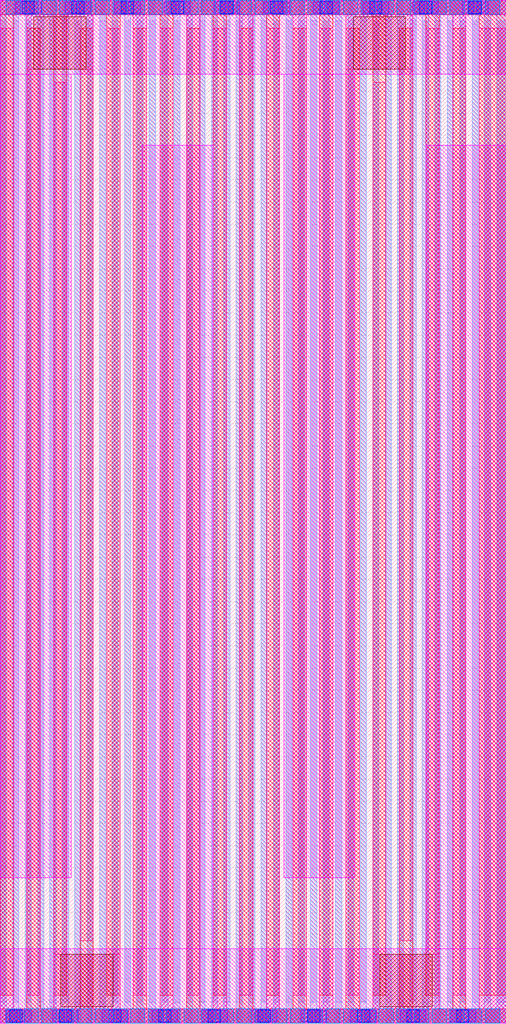
<source format=lef>
# Copyright 2020 The SkyWater PDK Authors
#
# Licensed under the Apache License, Version 2.0 (the "License");
# you may not use this file except in compliance with the License.
# You may obtain a copy of the License at
#
#     https://www.apache.org/licenses/LICENSE-2.0
#
# Unless required by applicable law or agreed to in writing, software
# distributed under the License is distributed on an "AS IS" BASIS,
# WITHOUT WARRANTIES OR CONDITIONS OF ANY KIND, either express or implied.
# See the License for the specific language governing permissions and
# limitations under the License.
#
# SPDX-License-Identifier: Apache-2.0

VERSION 5.7 ;
  NOWIREEXTENSIONATPIN ON ;
  DIVIDERCHAR "/" ;
  BUSBITCHARS "[]" ;
MACRO sky130_fd_pr__cap_vpp_11p5x23p1_pol1m1m2m3m4m5_noshield
  CLASS BLOCK ;
  FOREIGN sky130_fd_pr__cap_vpp_11p5x23p1_pol1m1m2m3m4m5_noshield ;
  ORIGIN  0.000000  0.000000 ;
  SIZE  11.41000 BY  23.05000 ;
  OBS
    LAYER li1 ;
      RECT  0.000000  0.000000 11.410000  0.330000 ;
      RECT  0.000000  0.330000  0.140000 22.580000 ;
      RECT  0.000000 22.720000 11.410000 23.050000 ;
      RECT  0.280000  0.470000  0.420000 22.720000 ;
      RECT  0.560000  0.330000  0.700000 22.580000 ;
      RECT  0.840000  0.470000  0.980000 22.720000 ;
      RECT  1.120000  0.330000  1.260000 22.580000 ;
      RECT  1.400000  0.470000  1.540000 22.720000 ;
      RECT  1.680000  0.330000  1.820000 22.580000 ;
      RECT  1.960000  0.470000  2.100000 22.720000 ;
      RECT  2.240000  0.330000  2.380000 22.580000 ;
      RECT  2.520000  0.470000  2.660000 22.720000 ;
      RECT  2.800000  0.330000  2.940000 22.580000 ;
      RECT  3.080000  0.470000  3.220000 22.720000 ;
      RECT  3.360000  0.330000  3.500000 22.580000 ;
      RECT  3.640000  0.470000  3.780000 22.720000 ;
      RECT  3.920000  0.330000  4.060000 22.580000 ;
      RECT  4.200000  0.470000  4.340000 22.720000 ;
      RECT  4.480000  0.330000  4.620000 22.580000 ;
      RECT  4.760000  0.470000  4.900000 22.720000 ;
      RECT  5.040000  0.330000  5.180000 22.580000 ;
      RECT  5.320000  0.470000  5.460000 22.720000 ;
      RECT  5.600000  0.330000  5.740000 22.580000 ;
      RECT  5.880000  0.470000  6.020000 22.720000 ;
      RECT  6.160000  0.330000  6.300000 22.580000 ;
      RECT  6.440000  0.470000  6.580000 22.720000 ;
      RECT  6.720000  0.330000  6.860000 22.580000 ;
      RECT  7.000000  0.470000  7.140000 22.720000 ;
      RECT  7.280000  0.330000  7.420000 22.580000 ;
      RECT  7.560000  0.470000  7.700000 22.720000 ;
      RECT  7.840000  0.330000  7.980000 22.580000 ;
      RECT  8.120000  0.470000  8.260000 22.720000 ;
      RECT  8.400000  0.330000  8.540000 22.580000 ;
      RECT  8.680000  0.470000  8.820000 22.720000 ;
      RECT  8.960000  0.330000  9.100000 22.580000 ;
      RECT  9.240000  0.470000  9.380000 22.720000 ;
      RECT  9.520000  0.330000  9.660000 22.580000 ;
      RECT  9.800000  0.470000  9.940000 22.720000 ;
      RECT 10.080000  0.330000 10.220000 22.580000 ;
      RECT 10.360000  0.470000 10.500000 22.720000 ;
      RECT 10.640000  0.330000 10.780000 22.580000 ;
      RECT 10.920000  0.470000 11.060000 22.720000 ;
      RECT 11.200000  0.330000 11.410000 22.580000 ;
    LAYER mcon ;
      RECT  0.190000  0.080000  0.360000  0.250000 ;
      RECT  0.190000 22.800000  0.360000 22.970000 ;
      RECT  0.550000  0.080000  0.720000  0.250000 ;
      RECT  0.550000 22.800000  0.720000 22.970000 ;
      RECT  0.910000  0.080000  1.080000  0.250000 ;
      RECT  0.910000 22.800000  1.080000 22.970000 ;
      RECT  1.270000  0.080000  1.440000  0.250000 ;
      RECT  1.270000 22.800000  1.440000 22.970000 ;
      RECT  1.630000  0.080000  1.800000  0.250000 ;
      RECT  1.630000 22.800000  1.800000 22.970000 ;
      RECT  1.990000  0.080000  2.160000  0.250000 ;
      RECT  1.990000 22.800000  2.160000 22.970000 ;
      RECT  2.350000  0.080000  2.520000  0.250000 ;
      RECT  2.350000 22.800000  2.520000 22.970000 ;
      RECT  2.710000  0.080000  2.880000  0.250000 ;
      RECT  2.710000 22.800000  2.880000 22.970000 ;
      RECT  3.070000  0.080000  3.240000  0.250000 ;
      RECT  3.070000 22.800000  3.240000 22.970000 ;
      RECT  3.430000  0.080000  3.600000  0.250000 ;
      RECT  3.430000 22.800000  3.600000 22.970000 ;
      RECT  3.790000  0.080000  3.960000  0.250000 ;
      RECT  3.790000 22.800000  3.960000 22.970000 ;
      RECT  4.150000  0.080000  4.320000  0.250000 ;
      RECT  4.150000 22.800000  4.320000 22.970000 ;
      RECT  4.510000  0.080000  4.680000  0.250000 ;
      RECT  4.510000 22.800000  4.680000 22.970000 ;
      RECT  4.870000  0.080000  5.040000  0.250000 ;
      RECT  4.870000 22.800000  5.040000 22.970000 ;
      RECT  5.230000  0.080000  5.400000  0.250000 ;
      RECT  5.230000 22.800000  5.400000 22.970000 ;
      RECT  5.590000  0.080000  5.760000  0.250000 ;
      RECT  5.590000 22.800000  5.760000 22.970000 ;
      RECT  5.950000  0.080000  6.120000  0.250000 ;
      RECT  5.950000 22.800000  6.120000 22.970000 ;
      RECT  6.310000  0.080000  6.480000  0.250000 ;
      RECT  6.310000 22.800000  6.480000 22.970000 ;
      RECT  6.670000  0.080000  6.840000  0.250000 ;
      RECT  6.670000 22.800000  6.840000 22.970000 ;
      RECT  7.030000  0.080000  7.200000  0.250000 ;
      RECT  7.030000 22.800000  7.200000 22.970000 ;
      RECT  7.390000  0.080000  7.560000  0.250000 ;
      RECT  7.390000 22.800000  7.560000 22.970000 ;
      RECT  7.750000  0.080000  7.920000  0.250000 ;
      RECT  7.750000 22.800000  7.920000 22.970000 ;
      RECT  8.110000  0.080000  8.280000  0.250000 ;
      RECT  8.110000 22.800000  8.280000 22.970000 ;
      RECT  8.470000  0.080000  8.640000  0.250000 ;
      RECT  8.470000 22.800000  8.640000 22.970000 ;
      RECT  8.830000  0.080000  9.000000  0.250000 ;
      RECT  8.830000 22.800000  9.000000 22.970000 ;
      RECT  9.190000  0.080000  9.360000  0.250000 ;
      RECT  9.190000 22.800000  9.360000 22.970000 ;
      RECT  9.550000  0.080000  9.720000  0.250000 ;
      RECT  9.550000 22.800000  9.720000 22.970000 ;
      RECT  9.910000  0.080000 10.080000  0.250000 ;
      RECT  9.910000 22.800000 10.080000 22.970000 ;
      RECT 10.270000  0.080000 10.440000  0.250000 ;
      RECT 10.270000 22.800000 10.440000 22.970000 ;
      RECT 10.630000  0.080000 10.800000  0.250000 ;
      RECT 10.630000 22.800000 10.800000 22.970000 ;
      RECT 10.990000  0.080000 11.160000  0.250000 ;
      RECT 10.990000 22.800000 11.160000 22.970000 ;
    LAYER met1 ;
      RECT  0.000000  0.000000 11.410000  0.330000 ;
      RECT  0.000000  0.470000  0.140000 22.720000 ;
      RECT  0.000000 22.720000 11.410000 23.050000 ;
      RECT  0.280000  0.330000  0.420000 22.580000 ;
      RECT  0.560000  0.470000  0.700000 22.720000 ;
      RECT  0.840000  0.330000  0.980000 22.580000 ;
      RECT  1.120000  0.470000  1.260000 22.720000 ;
      RECT  1.400000  0.330000  1.540000 22.580000 ;
      RECT  1.680000  0.470000  1.820000 22.720000 ;
      RECT  1.960000  0.330000  2.100000 22.580000 ;
      RECT  2.240000  0.470000  2.380000 22.720000 ;
      RECT  2.520000  0.330000  2.660000 22.580000 ;
      RECT  2.800000  0.470000  2.940000 22.720000 ;
      RECT  3.080000  0.330000  3.220000 22.580000 ;
      RECT  3.360000  0.470000  3.500000 22.720000 ;
      RECT  3.640000  0.330000  3.780000 22.580000 ;
      RECT  3.920000  0.470000  4.060000 22.720000 ;
      RECT  4.200000  0.330000  4.340000 22.580000 ;
      RECT  4.480000  0.470000  4.620000 22.720000 ;
      RECT  4.760000  0.330000  4.900000 22.580000 ;
      RECT  5.040000  0.470000  5.180000 22.720000 ;
      RECT  5.320000  0.330000  5.460000 22.580000 ;
      RECT  5.600000  0.470000  5.740000 22.720000 ;
      RECT  5.880000  0.330000  6.020000 22.580000 ;
      RECT  6.160000  0.470000  6.300000 22.720000 ;
      RECT  6.440000  0.330000  6.580000 22.580000 ;
      RECT  6.720000  0.470000  6.860000 22.720000 ;
      RECT  7.000000  0.330000  7.140000 22.580000 ;
      RECT  7.280000  0.470000  7.420000 22.720000 ;
      RECT  7.560000  0.330000  7.700000 22.580000 ;
      RECT  7.840000  0.470000  7.980000 22.720000 ;
      RECT  8.120000  0.330000  8.260000 22.580000 ;
      RECT  8.400000  0.470000  8.540000 22.720000 ;
      RECT  8.680000  0.330000  8.820000 22.580000 ;
      RECT  8.960000  0.470000  9.100000 22.720000 ;
      RECT  9.240000  0.330000  9.380000 22.580000 ;
      RECT  9.520000  0.470000  9.660000 22.720000 ;
      RECT  9.800000  0.330000  9.940000 22.580000 ;
      RECT 10.080000  0.470000 10.220000 22.720000 ;
      RECT 10.360000  0.330000 10.500000 22.580000 ;
      RECT 10.640000  0.470000 10.780000 22.720000 ;
      RECT 10.920000  0.330000 11.060000 22.580000 ;
      RECT 11.200000  0.470000 11.410000 22.720000 ;
    LAYER met2 ;
      RECT  0.000000  0.000000  0.700000  0.330000 ;
      RECT  0.000000  0.330000  0.140000 23.050000 ;
      RECT  0.280000  0.470000  0.420000 22.720000 ;
      RECT  0.280000 22.720000  0.980000 23.050000 ;
      RECT  0.560000  0.330000  0.700000 22.580000 ;
      RECT  0.840000  0.000000  0.980000 22.720000 ;
      RECT  1.120000  0.000000  1.820000  0.330000 ;
      RECT  1.120000  0.330000  1.260000 23.050000 ;
      RECT  1.400000  0.470000  1.540000 22.720000 ;
      RECT  1.400000 22.720000  2.100000 23.050000 ;
      RECT  1.680000  0.330000  1.820000 22.580000 ;
      RECT  1.960000  0.000000  2.100000 22.720000 ;
      RECT  2.240000  0.000000  2.940000  0.330000 ;
      RECT  2.240000  0.330000  2.380000 23.050000 ;
      RECT  2.520000  0.470000  2.660000 22.720000 ;
      RECT  2.520000 22.720000  3.220000 23.050000 ;
      RECT  2.800000  0.330000  2.940000 22.580000 ;
      RECT  3.080000  0.000000  3.220000 22.720000 ;
      RECT  3.360000  0.000000  4.060000  0.330000 ;
      RECT  3.360000  0.330000  3.500000 23.050000 ;
      RECT  3.640000  0.470000  3.780000 22.720000 ;
      RECT  3.640000 22.720000  4.340000 23.050000 ;
      RECT  3.920000  0.330000  4.060000 22.580000 ;
      RECT  4.200000  0.000000  4.340000 22.720000 ;
      RECT  4.480000  0.000000  5.180000  0.330000 ;
      RECT  4.480000  0.330000  4.620000 23.050000 ;
      RECT  4.760000  0.470000  4.900000 22.720000 ;
      RECT  4.760000 22.720000  5.460000 23.050000 ;
      RECT  5.040000  0.330000  5.180000 22.580000 ;
      RECT  5.320000  0.000000  5.460000 22.720000 ;
      RECT  5.600000  0.000000  6.300000  0.330000 ;
      RECT  5.600000  0.330000  5.740000 23.050000 ;
      RECT  5.880000  0.470000  6.020000 22.720000 ;
      RECT  5.880000 22.720000  6.580000 23.050000 ;
      RECT  6.160000  0.330000  6.300000 22.580000 ;
      RECT  6.440000  0.000000  6.580000 22.720000 ;
      RECT  6.720000  0.000000  7.420000  0.330000 ;
      RECT  6.720000  0.330000  6.860000 23.050000 ;
      RECT  7.000000  0.470000  7.140000 22.720000 ;
      RECT  7.000000 22.720000  7.700000 23.050000 ;
      RECT  7.280000  0.330000  7.420000 22.580000 ;
      RECT  7.560000  0.000000  7.700000 22.720000 ;
      RECT  7.840000  0.000000  8.540000  0.330000 ;
      RECT  7.840000  0.330000  7.980000 23.050000 ;
      RECT  8.120000  0.470000  8.260000 22.720000 ;
      RECT  8.120000 22.720000  8.820000 23.050000 ;
      RECT  8.400000  0.330000  8.540000 22.580000 ;
      RECT  8.680000  0.000000  8.820000 22.720000 ;
      RECT  8.960000  0.000000  9.660000  0.330000 ;
      RECT  8.960000  0.330000  9.100000 23.050000 ;
      RECT  9.240000  0.470000  9.380000 22.720000 ;
      RECT  9.240000 22.720000 11.410000 23.050000 ;
      RECT  9.520000  0.330000  9.660000 22.580000 ;
      RECT  9.800000  0.000000  9.940000 22.720000 ;
      RECT 10.080000  0.000000 11.410000  0.330000 ;
      RECT 10.080000  0.330000 10.220000 22.580000 ;
      RECT 10.360000  0.470000 10.500000 22.720000 ;
      RECT 10.640000  0.330000 10.780000 22.580000 ;
      RECT 10.920000  0.470000 11.060000 22.720000 ;
      RECT 11.200000  0.330000 11.410000 22.580000 ;
    LAYER met3 ;
      RECT  0.000000  0.000000 11.410000  0.330000 ;
      RECT  0.000000  0.630000  0.300000 22.720000 ;
      RECT  0.000000 22.720000 11.410000 23.050000 ;
      RECT  0.600000  0.330000  0.900000 22.420000 ;
      RECT  1.200000  0.630000  1.500000 22.720000 ;
      RECT  1.800000  0.330000  2.100000 22.420000 ;
      RECT  2.400000  0.630000  2.700000 22.720000 ;
      RECT  3.000000  0.330000  3.300000 22.420000 ;
      RECT  3.600000  0.630000  3.900000 22.720000 ;
      RECT  4.200000  0.330000  4.500000 22.420000 ;
      RECT  4.800000  0.630000  5.100000 22.720000 ;
      RECT  5.400000  0.330000  5.700000 22.420000 ;
      RECT  6.000000  0.630000  6.300000 22.720000 ;
      RECT  6.600000  0.330000  6.900000 22.420000 ;
      RECT  7.200000  0.630000  7.500000 22.720000 ;
      RECT  7.800000  0.330000  8.100000 22.420000 ;
      RECT  8.400000  0.630000  8.700000 22.720000 ;
      RECT  9.000000  0.330000  9.300000 22.420000 ;
      RECT  9.600000  0.630000  9.900000 22.720000 ;
      RECT 10.200000  0.330000 10.500000 22.420000 ;
      RECT 10.800000  0.630000 11.410000 22.720000 ;
    LAYER met4 ;
      RECT  0.000000  0.000000 11.410000  0.330000 ;
      RECT  0.000000  0.330000  0.300000 22.420000 ;
      RECT  0.000000 22.720000 11.410000 23.050000 ;
      RECT  0.600000  0.630000  0.900000 21.495000 ;
      RECT  0.600000 21.495000  2.100000 22.720000 ;
      RECT  1.200000  0.330000  2.700000  1.555000 ;
      RECT  1.200000  1.555000  1.500000 21.195000 ;
      RECT  1.800000  1.855000  2.100000 21.495000 ;
      RECT  2.400000  1.555000  2.700000 22.420000 ;
      RECT  3.000000  0.630000  3.300000 22.720000 ;
      RECT  3.600000  0.330000  3.900000 22.420000 ;
      RECT  4.200000  0.630000  4.500000 22.720000 ;
      RECT  4.800000  0.330000  5.100000 22.420000 ;
      RECT  5.400000  0.630000  5.700000 22.720000 ;
      RECT  6.000000  0.330000  6.300000 22.420000 ;
      RECT  6.600000  0.630000  6.900000 22.720000 ;
      RECT  7.200000  0.330000  7.500000 22.420000 ;
      RECT  7.800000  0.630000  8.100000 21.495000 ;
      RECT  7.800000 21.495000  9.300000 22.720000 ;
      RECT  8.400000  0.330000  9.900000  1.555000 ;
      RECT  8.400000  1.555000  8.700000 21.195000 ;
      RECT  9.000000  1.855000  9.300000 21.495000 ;
      RECT  9.600000  1.555000  9.900000 22.420000 ;
      RECT 10.200000  0.630000 10.500000 22.720000 ;
      RECT 10.800000  0.330000 11.410000 22.420000 ;
    LAYER met5 ;
      RECT 0.000000  0.000000 11.410000  1.675000 ;
      RECT 0.000000  3.275000  1.600000 21.375000 ;
      RECT 0.000000 21.375000 11.410000 23.050000 ;
      RECT 3.200000  1.675000  4.800000 19.775000 ;
      RECT 6.400000  3.275000  8.000000 21.375000 ;
      RECT 9.600000  1.675000 11.410000 19.775000 ;
    LAYER via ;
      RECT  0.120000  0.035000  0.380000  0.295000 ;
      RECT  0.340000 22.755000  0.600000 23.015000 ;
      RECT  0.440000  0.035000  0.700000  0.295000 ;
      RECT  0.660000 22.755000  0.920000 23.015000 ;
      RECT  1.180000  0.035000  1.440000  0.295000 ;
      RECT  1.460000 22.755000  1.720000 23.015000 ;
      RECT  1.500000  0.035000  1.760000  0.295000 ;
      RECT  1.780000 22.755000  2.040000 23.015000 ;
      RECT  2.300000  0.035000  2.560000  0.295000 ;
      RECT  2.580000 22.755000  2.840000 23.015000 ;
      RECT  2.620000  0.035000  2.880000  0.295000 ;
      RECT  2.900000 22.755000  3.160000 23.015000 ;
      RECT  3.420000  0.035000  3.680000  0.295000 ;
      RECT  3.700000 22.755000  3.960000 23.015000 ;
      RECT  3.740000  0.035000  4.000000  0.295000 ;
      RECT  4.020000 22.755000  4.280000 23.015000 ;
      RECT  4.540000  0.035000  4.800000  0.295000 ;
      RECT  4.820000 22.755000  5.080000 23.015000 ;
      RECT  4.860000  0.035000  5.120000  0.295000 ;
      RECT  5.140000 22.755000  5.400000 23.015000 ;
      RECT  5.660000  0.035000  5.920000  0.295000 ;
      RECT  5.940000 22.755000  6.200000 23.015000 ;
      RECT  5.980000  0.035000  6.240000  0.295000 ;
      RECT  6.260000 22.755000  6.520000 23.015000 ;
      RECT  6.780000  0.035000  7.040000  0.295000 ;
      RECT  7.060000 22.755000  7.320000 23.015000 ;
      RECT  7.100000  0.035000  7.360000  0.295000 ;
      RECT  7.380000 22.755000  7.640000 23.015000 ;
      RECT  7.900000  0.035000  8.160000  0.295000 ;
      RECT  8.180000 22.755000  8.440000 23.015000 ;
      RECT  8.220000  0.035000  8.480000  0.295000 ;
      RECT  8.500000 22.755000  8.760000 23.015000 ;
      RECT  9.020000  0.035000  9.280000  0.295000 ;
      RECT  9.300000 22.755000  9.560000 23.015000 ;
      RECT  9.340000  0.035000  9.600000  0.295000 ;
      RECT  9.620000 22.755000  9.880000 23.015000 ;
      RECT 10.140000  0.035000 10.400000  0.295000 ;
      RECT 10.420000 22.755000 10.680000 23.015000 ;
      RECT 10.460000  0.035000 10.720000  0.295000 ;
      RECT 10.740000 22.755000 11.000000 23.015000 ;
    LAYER via2 ;
      RECT  0.210000  0.025000  0.490000  0.305000 ;
      RECT  0.490000 22.745000  0.770000 23.025000 ;
      RECT  1.330000  0.025000  1.610000  0.305000 ;
      RECT  1.610000 22.745000  1.890000 23.025000 ;
      RECT  2.450000  0.025000  2.730000  0.305000 ;
      RECT  2.730000 22.745000  3.010000 23.025000 ;
      RECT  3.570000  0.025000  3.850000  0.305000 ;
      RECT  3.850000 22.745000  4.130000 23.025000 ;
      RECT  4.690000  0.025000  4.970000  0.305000 ;
      RECT  4.970000 22.745000  5.250000 23.025000 ;
      RECT  5.810000  0.025000  6.090000  0.305000 ;
      RECT  6.090000 22.745000  6.370000 23.025000 ;
      RECT  6.930000  0.025000  7.210000  0.305000 ;
      RECT  7.210000 22.745000  7.490000 23.025000 ;
      RECT  8.050000  0.025000  8.330000  0.305000 ;
      RECT  8.330000 22.745000  8.610000 23.025000 ;
      RECT  9.170000  0.025000  9.450000  0.305000 ;
      RECT  9.450000 22.745000  9.730000 23.025000 ;
      RECT 10.290000  0.025000 10.570000  0.305000 ;
      RECT 10.570000 22.745000 10.850000 23.025000 ;
    LAYER via3 ;
      RECT  0.140000  0.005000  0.460000  0.325000 ;
      RECT  0.140000 22.725000  0.460000 23.045000 ;
      RECT  0.540000  0.005000  0.860000  0.325000 ;
      RECT  0.540000 22.725000  0.860000 23.045000 ;
      RECT  0.940000  0.005000  1.260000  0.325000 ;
      RECT  0.940000 22.725000  1.260000 23.045000 ;
      RECT  1.340000  0.005000  1.660000  0.325000 ;
      RECT  1.340000 22.725000  1.660000 23.045000 ;
      RECT  1.740000  0.005000  2.060000  0.325000 ;
      RECT  1.740000 22.725000  2.060000 23.045000 ;
      RECT  2.140000  0.005000  2.460000  0.325000 ;
      RECT  2.140000 22.725000  2.460000 23.045000 ;
      RECT  2.540000  0.005000  2.860000  0.325000 ;
      RECT  2.540000 22.725000  2.860000 23.045000 ;
      RECT  2.940000  0.005000  3.260000  0.325000 ;
      RECT  2.940000 22.725000  3.260000 23.045000 ;
      RECT  3.340000  0.005000  3.660000  0.325000 ;
      RECT  3.340000 22.725000  3.660000 23.045000 ;
      RECT  3.740000  0.005000  4.060000  0.325000 ;
      RECT  3.740000 22.725000  4.060000 23.045000 ;
      RECT  4.140000  0.005000  4.460000  0.325000 ;
      RECT  4.140000 22.725000  4.460000 23.045000 ;
      RECT  4.540000  0.005000  4.860000  0.325000 ;
      RECT  4.540000 22.725000  4.860000 23.045000 ;
      RECT  4.940000  0.005000  5.260000  0.325000 ;
      RECT  4.940000 22.725000  5.260000 23.045000 ;
      RECT  5.340000  0.005000  5.660000  0.325000 ;
      RECT  5.340000 22.725000  5.660000 23.045000 ;
      RECT  5.740000  0.005000  6.060000  0.325000 ;
      RECT  5.740000 22.725000  6.060000 23.045000 ;
      RECT  6.140000  0.005000  6.460000  0.325000 ;
      RECT  6.140000 22.725000  6.460000 23.045000 ;
      RECT  6.540000  0.005000  6.860000  0.325000 ;
      RECT  6.540000 22.725000  6.860000 23.045000 ;
      RECT  6.940000  0.005000  7.260000  0.325000 ;
      RECT  6.940000 22.725000  7.260000 23.045000 ;
      RECT  7.340000  0.005000  7.660000  0.325000 ;
      RECT  7.340000 22.725000  7.660000 23.045000 ;
      RECT  7.740000  0.005000  8.060000  0.325000 ;
      RECT  7.740000 22.725000  8.060000 23.045000 ;
      RECT  8.140000  0.005000  8.460000  0.325000 ;
      RECT  8.140000 22.725000  8.460000 23.045000 ;
      RECT  8.540000  0.005000  8.860000  0.325000 ;
      RECT  8.540000 22.725000  8.860000 23.045000 ;
      RECT  8.940000  0.005000  9.260000  0.325000 ;
      RECT  8.940000 22.725000  9.260000 23.045000 ;
      RECT  9.340000  0.005000  9.660000  0.325000 ;
      RECT  9.340000 22.725000  9.660000 23.045000 ;
      RECT  9.740000  0.005000 10.060000  0.325000 ;
      RECT  9.740000 22.725000 10.060000 23.045000 ;
      RECT 10.140000  0.005000 10.460000  0.325000 ;
      RECT 10.140000 22.725000 10.460000 23.045000 ;
      RECT 10.540000  0.005000 10.860000  0.325000 ;
      RECT 10.540000 22.725000 10.860000 23.045000 ;
      RECT 10.940000  0.005000 11.260000  0.325000 ;
      RECT 10.940000 22.725000 11.260000 23.045000 ;
    LAYER via4 ;
      RECT 0.760000 21.495000 1.940000 22.675000 ;
      RECT 1.360000  0.375000 2.540000  1.555000 ;
      RECT 7.960000 21.495000 9.140000 22.675000 ;
      RECT 8.560000  0.375000 9.740000  1.555000 ;
  END
END sky130_fd_pr__cap_vpp_11p5x23p1_pol1m1m2m3m4m5_noshield
END LIBRARY

</source>
